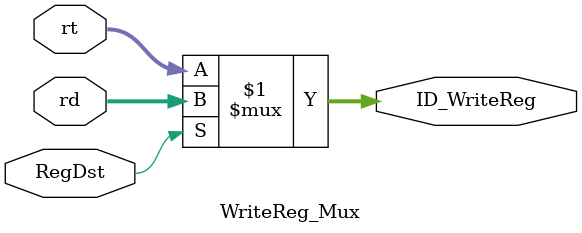
<source format=v>
`timescale 1ns / 1ps

module WriteReg_Mux(
    input [4:0] rt,
    input [4:0] rd,
    input RegDst,
    output [4:0] ID_WriteReg
    );
    assign ID_WriteReg = RegDst ? rd : rt;
endmodule

</source>
